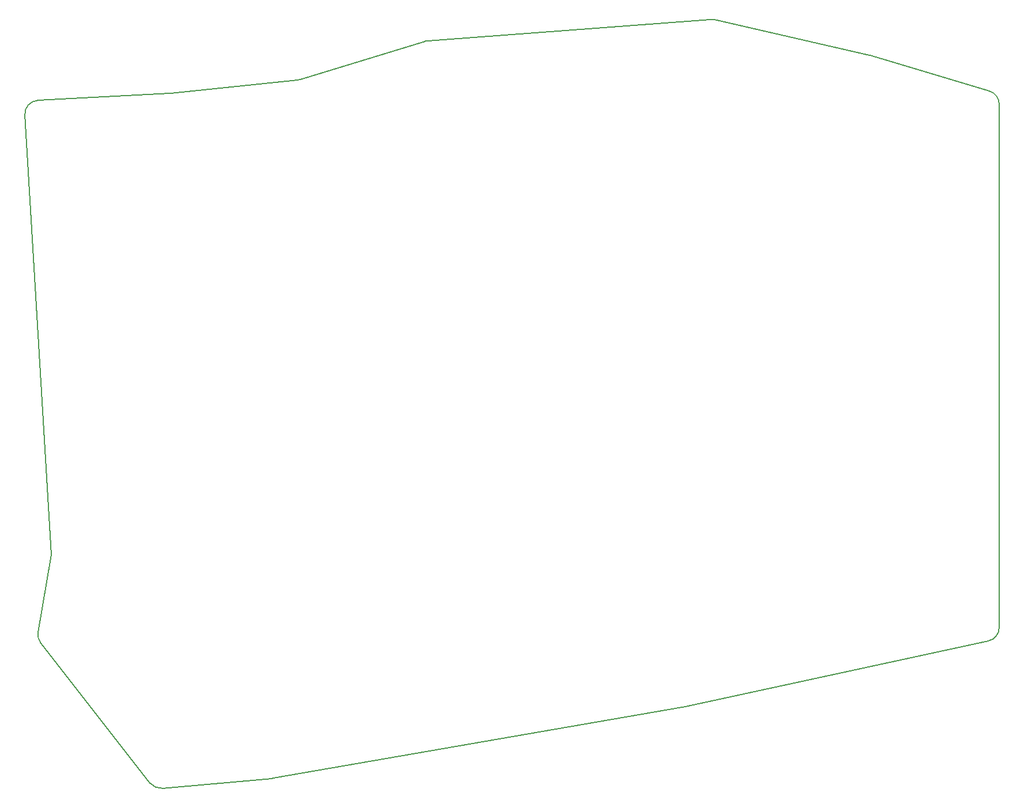
<source format=gbr>
%TF.GenerationSoftware,KiCad,Pcbnew,8.0.4*%
%TF.CreationDate,2024-09-16T15:21:11-06:00*%
%TF.ProjectId,right_board,72696768-745f-4626-9f61-72642e6b6963,v1.0.0*%
%TF.SameCoordinates,Original*%
%TF.FileFunction,Profile,NP*%
%FSLAX46Y46*%
G04 Gerber Fmt 4.6, Leading zero omitted, Abs format (unit mm)*
G04 Created by KiCad (PCBNEW 8.0.4) date 2024-09-16 15:21:11*
%MOMM*%
%LPD*%
G01*
G04 APERTURE LIST*
%TA.AperFunction,Profile*%
%ADD10C,0.150000*%
%TD*%
G04 APERTURE END LIST*
D10*
X199966146Y-98560044D02*
X181640534Y-104187837D01*
X143549011Y-187076922D02*
G75*
G02*
X143153658Y-185508397I1575989J1231322D01*
G01*
X177677687Y-206913137D02*
X237721569Y-196512582D01*
X241822392Y-95364965D02*
X200403409Y-98477544D01*
X265208180Y-100598991D02*
G75*
G02*
X265340225Y-100633843I-443980J-1949709D01*
G01*
X145058074Y-174065403D02*
G75*
G02*
X145032971Y-174521421I-1996474J-118797D01*
G01*
X181640534Y-104187837D02*
G75*
G02*
X181262898Y-104264959I-587134J1911837D01*
G01*
X265208179Y-100598991D02*
X242416303Y-95409257D01*
X237805682Y-196496149D02*
G75*
G02*
X237721569Y-196512583I-425482J1954249D01*
G01*
X284274797Y-184767738D02*
G75*
G02*
X282700252Y-186721921I-1999997J38D01*
G01*
X162481301Y-106240442D02*
X143099713Y-107256188D01*
X181262898Y-104264958D02*
X162586130Y-106232180D01*
X161358460Y-208386305D02*
X177515336Y-206934456D01*
X282850881Y-105900861D02*
G75*
G02*
X284274802Y-107816097I-576081J-1915239D01*
G01*
X145032975Y-174521422D02*
X143153664Y-185508398D01*
X284274798Y-184767738D02*
X284274798Y-107816097D01*
X237805682Y-196496149D02*
X282700260Y-186721959D01*
X282850881Y-105900861D02*
X265340226Y-100633840D01*
X241822392Y-95364966D02*
G75*
G02*
X242416305Y-95409247I149908J-1994434D01*
G01*
X143549011Y-187076922D02*
X159603440Y-207625654D01*
X177677687Y-206913137D02*
G75*
G02*
X177515336Y-206934455I-341287J1970237D01*
G01*
X141207917Y-109372265D02*
X145058074Y-174065403D01*
X162586130Y-106232180D02*
G75*
G02*
X162481301Y-106240443I-209530J1989180D01*
G01*
X161358460Y-208386305D02*
G75*
G02*
X159603457Y-207625641I-178960J1992005D01*
G01*
X199966147Y-98560044D02*
G75*
G02*
X200403408Y-98477535I587153J-1911756D01*
G01*
X141207918Y-109372265D02*
G75*
G02*
X143099710Y-107256125I1996482J118865D01*
G01*
M02*

</source>
